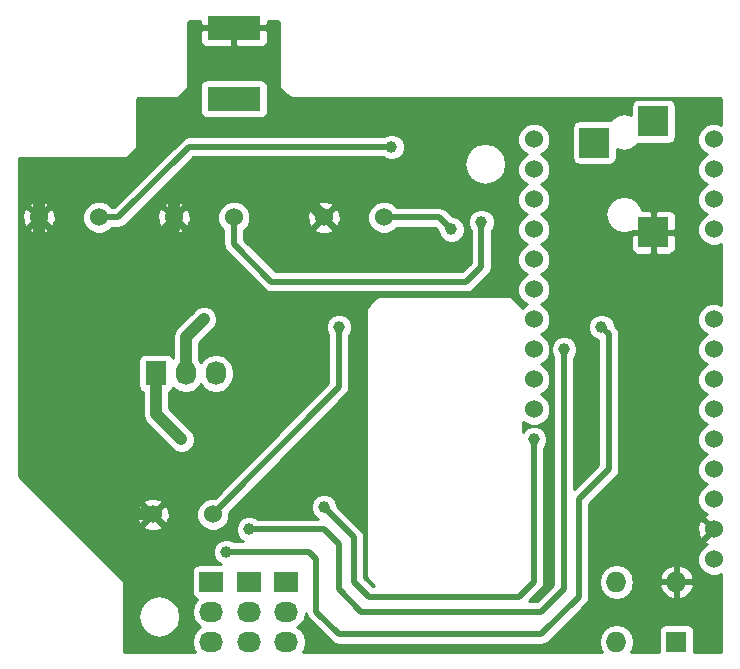
<source format=gbl>
G04 #@! TF.FileFunction,Copper,L2,Bot,Signal*
%FSLAX46Y46*%
G04 Gerber Fmt 4.6, Leading zero omitted, Abs format (unit mm)*
G04 Created by KiCad (PCBNEW 4.0.1-stable) date 2016/06/15 21:34:56*
%MOMM*%
G01*
G04 APERTURE LIST*
%ADD10C,0.100000*%
%ADD11R,1.727200X1.727200*%
%ADD12O,1.727200X1.727200*%
%ADD13C,1.524000*%
%ADD14R,1.727200X2.032000*%
%ADD15O,1.727200X2.032000*%
%ADD16R,4.500000X2.000000*%
%ADD17R,2.032000X1.727200*%
%ADD18O,2.032000X1.727200*%
%ADD19R,2.500000X2.500000*%
%ADD20C,1.000000*%
%ADD21C,1.000000*%
%ADD22C,0.500000*%
%ADD23C,0.254000*%
G04 APERTURE END LIST*
D10*
D11*
X152946100Y-138658600D03*
D12*
X152946100Y-133578600D03*
X147866100Y-138658600D03*
X147866100Y-133578600D03*
D13*
X140881100Y-103733600D03*
X140881100Y-118973600D03*
X156121100Y-131673600D03*
X156121100Y-129133600D03*
X156121100Y-126593600D03*
X156121100Y-124053600D03*
X156121100Y-121513600D03*
X156121100Y-118973600D03*
X156121100Y-96113600D03*
X156121100Y-98653600D03*
X156121100Y-101193600D03*
X156121100Y-103733600D03*
X156121100Y-111353600D03*
X156121100Y-113893600D03*
X156121100Y-116433600D03*
X140881100Y-118973600D03*
X140881100Y-116433600D03*
X140881100Y-113893600D03*
X140881100Y-111353600D03*
X140881100Y-108813600D03*
X140881100Y-106273600D03*
X140881100Y-101193600D03*
X140881100Y-98653600D03*
X140881100Y-96113600D03*
X98971100Y-102717600D03*
X104051100Y-102717600D03*
X110401100Y-102717600D03*
X115481100Y-102717600D03*
X123101100Y-102717600D03*
X128181100Y-102717600D03*
X108623100Y-127863600D03*
X113703100Y-127863600D03*
D14*
X108877100Y-115925600D03*
D15*
X111417100Y-115925600D03*
X113957100Y-115925600D03*
D16*
X115481100Y-86668600D03*
X115481100Y-92668600D03*
D17*
X119926100Y-133578600D03*
D18*
X119926100Y-136118600D03*
X119926100Y-138658600D03*
D17*
X116751100Y-133578600D03*
D18*
X116751100Y-136118600D03*
X116751100Y-138658600D03*
D17*
X113576100Y-133578600D03*
D18*
X113576100Y-136118600D03*
X113576100Y-138658600D03*
D19*
X146001100Y-96378600D03*
X151001100Y-94578600D03*
X151001100Y-103978600D03*
D20*
X112941100Y-111353600D03*
X111036100Y-121513600D03*
X123101100Y-127228600D03*
X140881100Y-121513600D03*
X143421100Y-113893600D03*
X116751100Y-129133600D03*
X114846100Y-131038600D03*
X146596100Y-111988600D03*
X128816100Y-96748600D03*
X109131100Y-94843600D03*
X136436100Y-103098600D03*
X133896100Y-103733600D03*
X124371100Y-111988600D03*
D21*
X112941100Y-111353600D02*
X111417100Y-112877600D01*
X111417100Y-112877600D02*
X111417100Y-115925600D01*
X108877100Y-115925600D02*
X108877100Y-119354600D01*
X108877100Y-119354600D02*
X111036100Y-121513600D01*
D22*
X125641100Y-129768600D02*
X123101100Y-127228600D01*
X125641100Y-133578600D02*
X125641100Y-129768600D01*
X126911100Y-134848600D02*
X125641100Y-133578600D01*
X139611100Y-134848600D02*
X126911100Y-134848600D01*
X140881100Y-133578600D02*
X139611100Y-134848600D01*
X140881100Y-121513600D02*
X140881100Y-133578600D01*
X120561100Y-129133600D02*
X117386100Y-129133600D01*
X143421100Y-113893600D02*
X143421100Y-114528600D01*
X143421100Y-114528600D02*
X143421100Y-134213600D01*
X143421100Y-134213600D02*
X141516100Y-136118600D01*
X141516100Y-136118600D02*
X126276100Y-136118600D01*
X126276100Y-136118600D02*
X124371100Y-134213600D01*
X124371100Y-134213600D02*
X124371100Y-130403600D01*
X124371100Y-130403600D02*
X123101100Y-129133600D01*
X123101100Y-129133600D02*
X120561100Y-129133600D01*
X117386100Y-129133600D02*
X116751100Y-129133600D01*
X121831100Y-131038600D02*
X114846100Y-131038600D01*
X122466100Y-131673600D02*
X121831100Y-131038600D01*
X122466100Y-136118600D02*
X122466100Y-131673600D01*
X124371100Y-138023600D02*
X122466100Y-136118600D01*
X141516100Y-138023600D02*
X124371100Y-138023600D01*
X144691100Y-134848600D02*
X141516100Y-138023600D01*
X144691100Y-126593600D02*
X144691100Y-134848600D01*
X147231100Y-124053600D02*
X144691100Y-126593600D01*
X147231100Y-112623600D02*
X147231100Y-124053600D01*
X146596100Y-111988600D02*
X147231100Y-112623600D01*
X104051100Y-102717600D02*
X105702100Y-102717600D01*
X111671100Y-96748600D02*
X128816100Y-96748600D01*
X105702100Y-102717600D02*
X111671100Y-96748600D01*
D21*
X98971100Y-102717600D02*
X98971100Y-101193600D01*
X109131100Y-96113600D02*
X109131100Y-94843600D01*
X106591100Y-98653600D02*
X109131100Y-96113600D01*
X101511100Y-98653600D02*
X106591100Y-98653600D01*
X98971100Y-101193600D02*
X101511100Y-98653600D01*
X110401100Y-102717600D02*
X110401100Y-101193600D01*
X120307100Y-99923600D02*
X123101100Y-102717600D01*
X111671100Y-99923600D02*
X120307100Y-99923600D01*
X110401100Y-101193600D02*
X111671100Y-99923600D01*
X110401100Y-102717600D02*
X110401100Y-103733600D01*
X107226100Y-106908600D02*
X98971100Y-106908600D01*
X110401100Y-103733600D02*
X107226100Y-106908600D01*
X98971100Y-102717600D02*
X98971100Y-106908600D01*
X98971100Y-106908600D02*
X98971100Y-122148600D01*
X104686100Y-127863600D02*
X108623100Y-127863600D01*
X98971100Y-122148600D02*
X104686100Y-127863600D01*
D22*
X115481100Y-105003600D02*
X115481100Y-102717600D01*
X118656100Y-108178600D02*
X115481100Y-105003600D01*
X135166100Y-108178600D02*
X118656100Y-108178600D01*
X136436100Y-106908600D02*
X135166100Y-108178600D01*
X136436100Y-103098600D02*
X136436100Y-106908600D01*
X132880100Y-102717600D02*
X128181100Y-102717600D01*
X133896100Y-103733600D02*
X132880100Y-102717600D01*
X113703100Y-127863600D02*
X113703100Y-127863600D01*
X124371100Y-117068600D02*
X113703100Y-127863600D01*
X124371100Y-111988600D02*
X124371100Y-117068600D01*
D23*
G36*
X112596100Y-86382850D02*
X112754850Y-86541600D01*
X115354100Y-86541600D01*
X115354100Y-86521600D01*
X115608100Y-86521600D01*
X115608100Y-86541600D01*
X118207350Y-86541600D01*
X118366100Y-86382850D01*
X118366100Y-86054600D01*
X119157364Y-86054600D01*
X119256100Y-86153336D01*
X119256100Y-91409600D01*
X119308243Y-91671738D01*
X119456732Y-91893968D01*
X119956732Y-92393968D01*
X120178962Y-92542457D01*
X120441100Y-92594600D01*
X156627364Y-92594600D01*
X156726100Y-92693336D01*
X156726100Y-94852168D01*
X156400200Y-94716843D01*
X155844439Y-94716358D01*
X155330797Y-94928590D01*
X154937471Y-95321230D01*
X154724343Y-95834500D01*
X154723858Y-96390261D01*
X154936090Y-96903903D01*
X155328730Y-97297229D01*
X155536612Y-97383549D01*
X155330797Y-97468590D01*
X154937471Y-97861230D01*
X154724343Y-98374500D01*
X154723858Y-98930261D01*
X154936090Y-99443903D01*
X155328730Y-99837229D01*
X155536612Y-99923549D01*
X155330797Y-100008590D01*
X154937471Y-100401230D01*
X154724343Y-100914500D01*
X154723858Y-101470261D01*
X154936090Y-101983903D01*
X155328730Y-102377229D01*
X155536612Y-102463549D01*
X155330797Y-102548590D01*
X154937471Y-102941230D01*
X154724343Y-103454500D01*
X154723858Y-104010261D01*
X154936090Y-104523903D01*
X155328730Y-104917229D01*
X155842000Y-105130357D01*
X156397761Y-105130842D01*
X156726100Y-104995175D01*
X156726100Y-110092168D01*
X156400200Y-109956843D01*
X155844439Y-109956358D01*
X155330797Y-110168590D01*
X154937471Y-110561230D01*
X154724343Y-111074500D01*
X154723858Y-111630261D01*
X154936090Y-112143903D01*
X155328730Y-112537229D01*
X155536612Y-112623549D01*
X155330797Y-112708590D01*
X154937471Y-113101230D01*
X154724343Y-113614500D01*
X154723858Y-114170261D01*
X154936090Y-114683903D01*
X155328730Y-115077229D01*
X155536612Y-115163549D01*
X155330797Y-115248590D01*
X154937471Y-115641230D01*
X154724343Y-116154500D01*
X154723858Y-116710261D01*
X154936090Y-117223903D01*
X155328730Y-117617229D01*
X155536612Y-117703549D01*
X155330797Y-117788590D01*
X154937471Y-118181230D01*
X154724343Y-118694500D01*
X154723858Y-119250261D01*
X154936090Y-119763903D01*
X155328730Y-120157229D01*
X155536612Y-120243549D01*
X155330797Y-120328590D01*
X154937471Y-120721230D01*
X154724343Y-121234500D01*
X154723858Y-121790261D01*
X154936090Y-122303903D01*
X155328730Y-122697229D01*
X155536612Y-122783549D01*
X155330797Y-122868590D01*
X154937471Y-123261230D01*
X154724343Y-123774500D01*
X154723858Y-124330261D01*
X154936090Y-124843903D01*
X155328730Y-125237229D01*
X155536612Y-125323549D01*
X155330797Y-125408590D01*
X154937471Y-125801230D01*
X154724343Y-126314500D01*
X154723858Y-126870261D01*
X154936090Y-127383903D01*
X155328730Y-127777229D01*
X155520827Y-127856995D01*
X155389957Y-127911203D01*
X155320492Y-128153387D01*
X156121100Y-128953995D01*
X156135243Y-128939853D01*
X156314848Y-129119458D01*
X156300705Y-129133600D01*
X156314848Y-129147743D01*
X156135243Y-129327348D01*
X156121100Y-129313205D01*
X155320492Y-130113813D01*
X155389957Y-130355997D01*
X155530418Y-130406109D01*
X155330797Y-130488590D01*
X154937471Y-130881230D01*
X154724343Y-131394500D01*
X154723858Y-131950261D01*
X154936090Y-132463903D01*
X155328730Y-132857229D01*
X155842000Y-133070357D01*
X156397761Y-133070842D01*
X156726100Y-132935175D01*
X156726100Y-139474600D01*
X154457140Y-139474600D01*
X154457140Y-137795000D01*
X154412862Y-137559683D01*
X154273790Y-137343559D01*
X154061590Y-137198569D01*
X153809700Y-137147560D01*
X152082500Y-137147560D01*
X151847183Y-137191838D01*
X151631059Y-137330910D01*
X151486069Y-137543110D01*
X151435060Y-137795000D01*
X151435060Y-139474600D01*
X149108202Y-139474600D01*
X149250626Y-139261448D01*
X149364700Y-138687959D01*
X149364700Y-138629241D01*
X149250626Y-138055752D01*
X148925770Y-137569571D01*
X148439589Y-137244715D01*
X147866100Y-137130641D01*
X147292611Y-137244715D01*
X146806430Y-137569571D01*
X146481574Y-138055752D01*
X146367500Y-138629241D01*
X146367500Y-138687959D01*
X146481574Y-139261448D01*
X146623998Y-139474600D01*
X121333330Y-139474600D01*
X121495371Y-139232089D01*
X121609445Y-138658600D01*
X121495371Y-138085111D01*
X121170515Y-137598930D01*
X120855734Y-137388600D01*
X121170515Y-137178270D01*
X121495371Y-136692089D01*
X121595272Y-136189852D01*
X121599947Y-136213351D01*
X121648467Y-136457275D01*
X121787674Y-136665614D01*
X121840310Y-136744390D01*
X123745308Y-138649387D01*
X123745310Y-138649390D01*
X124032425Y-138841233D01*
X124088616Y-138852410D01*
X124371100Y-138908601D01*
X124371105Y-138908600D01*
X141516095Y-138908600D01*
X141516100Y-138908601D01*
X141798584Y-138852410D01*
X141854775Y-138841233D01*
X142141890Y-138649390D01*
X145316887Y-135474392D01*
X145316890Y-135474390D01*
X145508733Y-135187275D01*
X145519910Y-135131084D01*
X145576101Y-134848600D01*
X145576100Y-134848595D01*
X145576100Y-133549241D01*
X146367500Y-133549241D01*
X146367500Y-133607959D01*
X146481574Y-134181448D01*
X146806430Y-134667629D01*
X147292611Y-134992485D01*
X147866100Y-135106559D01*
X148439589Y-134992485D01*
X148925770Y-134667629D01*
X149250626Y-134181448D01*
X149299124Y-133937627D01*
X151491132Y-133937627D01*
X151739279Y-134467090D01*
X152171153Y-134861288D01*
X152587074Y-135033558D01*
X152819100Y-134912417D01*
X152819100Y-133705600D01*
X153073100Y-133705600D01*
X153073100Y-134912417D01*
X153305126Y-135033558D01*
X153721047Y-134861288D01*
X154152921Y-134467090D01*
X154401068Y-133937627D01*
X154280569Y-133705600D01*
X153073100Y-133705600D01*
X152819100Y-133705600D01*
X151611631Y-133705600D01*
X151491132Y-133937627D01*
X149299124Y-133937627D01*
X149364700Y-133607959D01*
X149364700Y-133549241D01*
X149299125Y-133219573D01*
X151491132Y-133219573D01*
X151611631Y-133451600D01*
X152819100Y-133451600D01*
X152819100Y-132244783D01*
X153073100Y-132244783D01*
X153073100Y-133451600D01*
X154280569Y-133451600D01*
X154401068Y-133219573D01*
X154152921Y-132690110D01*
X153721047Y-132295912D01*
X153305126Y-132123642D01*
X153073100Y-132244783D01*
X152819100Y-132244783D01*
X152587074Y-132123642D01*
X152171153Y-132295912D01*
X151739279Y-132690110D01*
X151491132Y-133219573D01*
X149299125Y-133219573D01*
X149250626Y-132975752D01*
X148925770Y-132489571D01*
X148439589Y-132164715D01*
X147866100Y-132050641D01*
X147292611Y-132164715D01*
X146806430Y-132489571D01*
X146481574Y-132975752D01*
X146367500Y-133549241D01*
X145576100Y-133549241D01*
X145576100Y-128925902D01*
X154711956Y-128925902D01*
X154739738Y-129480968D01*
X154898703Y-129864743D01*
X155140887Y-129934208D01*
X155941495Y-129133600D01*
X155140887Y-128332992D01*
X154898703Y-128402457D01*
X154711956Y-128925902D01*
X145576100Y-128925902D01*
X145576100Y-126960180D01*
X147856887Y-124679392D01*
X147856890Y-124679390D01*
X148048733Y-124392275D01*
X148116100Y-124053600D01*
X148116100Y-112623605D01*
X148116101Y-112623600D01*
X148048734Y-112284926D01*
X147955887Y-112145970D01*
X147856890Y-111997810D01*
X147856887Y-111997808D01*
X147731203Y-111872123D01*
X147731297Y-111763825D01*
X147558867Y-111346514D01*
X147239865Y-111026955D01*
X146822856Y-110853797D01*
X146371325Y-110853403D01*
X145954014Y-111025833D01*
X145634455Y-111344835D01*
X145461297Y-111761844D01*
X145460903Y-112213375D01*
X145633333Y-112630686D01*
X145952335Y-112950245D01*
X146346100Y-113113751D01*
X146346100Y-123687021D01*
X144306100Y-125727020D01*
X144306100Y-114613876D01*
X144382745Y-114537365D01*
X144555903Y-114120356D01*
X144556297Y-113668825D01*
X144383867Y-113251514D01*
X144064865Y-112931955D01*
X143647856Y-112758797D01*
X143196325Y-112758403D01*
X142779014Y-112930833D01*
X142459455Y-113249835D01*
X142286297Y-113666844D01*
X142285903Y-114118375D01*
X142458333Y-114535686D01*
X142536100Y-114613589D01*
X142536100Y-133847021D01*
X141149520Y-135233600D01*
X140477680Y-135233600D01*
X141506887Y-134204392D01*
X141506890Y-134204390D01*
X141698733Y-133917275D01*
X141733650Y-133741738D01*
X141766101Y-133578600D01*
X141766100Y-133578595D01*
X141766100Y-122233876D01*
X141842745Y-122157365D01*
X142015903Y-121740356D01*
X142016297Y-121288825D01*
X141843867Y-120871514D01*
X141524865Y-120551955D01*
X141107856Y-120378797D01*
X140656325Y-120378403D01*
X140239014Y-120550833D01*
X139936100Y-120853219D01*
X139936100Y-120004332D01*
X140088730Y-120157229D01*
X140602000Y-120370357D01*
X141157761Y-120370842D01*
X141671403Y-120158610D01*
X142064729Y-119765970D01*
X142277857Y-119252700D01*
X142278342Y-118696939D01*
X142066110Y-118183297D01*
X141673470Y-117789971D01*
X141465588Y-117703651D01*
X141671403Y-117618610D01*
X142064729Y-117225970D01*
X142277857Y-116712700D01*
X142278342Y-116156939D01*
X142066110Y-115643297D01*
X141673470Y-115249971D01*
X141465588Y-115163651D01*
X141671403Y-115078610D01*
X142064729Y-114685970D01*
X142277857Y-114172700D01*
X142278342Y-113616939D01*
X142066110Y-113103297D01*
X141673470Y-112709971D01*
X141465588Y-112623651D01*
X141671403Y-112538610D01*
X142064729Y-112145970D01*
X142277857Y-111632700D01*
X142278342Y-111076939D01*
X142066110Y-110563297D01*
X141673470Y-110169971D01*
X141465588Y-110083651D01*
X141671403Y-109998610D01*
X142064729Y-109605970D01*
X142277857Y-109092700D01*
X142278342Y-108536939D01*
X142066110Y-108023297D01*
X141673470Y-107629971D01*
X141465588Y-107543651D01*
X141671403Y-107458610D01*
X142064729Y-107065970D01*
X142277857Y-106552700D01*
X142278342Y-105996939D01*
X142066110Y-105483297D01*
X141673470Y-105089971D01*
X141465588Y-105003651D01*
X141671403Y-104918610D01*
X142064729Y-104525970D01*
X142173362Y-104264350D01*
X149116100Y-104264350D01*
X149116100Y-105354909D01*
X149212773Y-105588298D01*
X149391401Y-105766927D01*
X149624790Y-105863600D01*
X150715350Y-105863600D01*
X150874100Y-105704850D01*
X150874100Y-104105600D01*
X151128100Y-104105600D01*
X151128100Y-105704850D01*
X151286850Y-105863600D01*
X152377410Y-105863600D01*
X152610799Y-105766927D01*
X152789427Y-105588298D01*
X152886100Y-105354909D01*
X152886100Y-104264350D01*
X152727350Y-104105600D01*
X151128100Y-104105600D01*
X150874100Y-104105600D01*
X149274850Y-104105600D01*
X149116100Y-104264350D01*
X142173362Y-104264350D01*
X142277857Y-104012700D01*
X142278342Y-103456939D01*
X142066110Y-102943297D01*
X141673470Y-102549971D01*
X141465588Y-102463651D01*
X141465711Y-102463600D01*
X146918074Y-102463600D01*
X147038575Y-103069398D01*
X147381732Y-103582968D01*
X147895302Y-103926125D01*
X148501100Y-104046626D01*
X149106898Y-103926125D01*
X149252252Y-103829002D01*
X149274850Y-103851600D01*
X150874100Y-103851600D01*
X150874100Y-102252350D01*
X151128100Y-102252350D01*
X151128100Y-103851600D01*
X152727350Y-103851600D01*
X152886100Y-103692850D01*
X152886100Y-102602291D01*
X152789427Y-102368902D01*
X152610799Y-102190273D01*
X152377410Y-102093600D01*
X151286850Y-102093600D01*
X151128100Y-102252350D01*
X150874100Y-102252350D01*
X150715350Y-102093600D01*
X150010528Y-102093600D01*
X149963625Y-101857802D01*
X149620468Y-101344232D01*
X149106898Y-101001075D01*
X148501100Y-100880574D01*
X147895302Y-101001075D01*
X147381732Y-101344232D01*
X147038575Y-101857802D01*
X146918074Y-102463600D01*
X141465711Y-102463600D01*
X141671403Y-102378610D01*
X142064729Y-101985970D01*
X142277857Y-101472700D01*
X142278342Y-100916939D01*
X142066110Y-100403297D01*
X141673470Y-100009971D01*
X141465588Y-99923651D01*
X141671403Y-99838610D01*
X142064729Y-99445970D01*
X142277857Y-98932700D01*
X142278342Y-98376939D01*
X142066110Y-97863297D01*
X141673470Y-97469971D01*
X141465588Y-97383651D01*
X141671403Y-97298610D01*
X142064729Y-96905970D01*
X142277857Y-96392700D01*
X142278342Y-95836939D01*
X142066110Y-95323297D01*
X141871753Y-95128600D01*
X144103660Y-95128600D01*
X144103660Y-97628600D01*
X144147938Y-97863917D01*
X144287010Y-98080041D01*
X144499210Y-98225031D01*
X144751100Y-98276040D01*
X147251100Y-98276040D01*
X147486417Y-98231762D01*
X147702541Y-98092690D01*
X147847531Y-97880490D01*
X147898540Y-97628600D01*
X147898540Y-96941769D01*
X148501100Y-97061626D01*
X149106898Y-96941125D01*
X149620468Y-96597968D01*
X149707797Y-96467271D01*
X149751100Y-96476040D01*
X152251100Y-96476040D01*
X152486417Y-96431762D01*
X152702541Y-96292690D01*
X152847531Y-96080490D01*
X152898540Y-95828600D01*
X152898540Y-93328600D01*
X152854262Y-93093283D01*
X152715190Y-92877159D01*
X152502990Y-92732169D01*
X152251100Y-92681160D01*
X149751100Y-92681160D01*
X149515783Y-92725438D01*
X149299659Y-92864510D01*
X149154669Y-93076710D01*
X149103660Y-93328600D01*
X149103660Y-94015431D01*
X148501100Y-93895574D01*
X147895302Y-94016075D01*
X147381732Y-94359232D01*
X147294403Y-94489929D01*
X147251100Y-94481160D01*
X144751100Y-94481160D01*
X144515783Y-94525438D01*
X144299659Y-94664510D01*
X144154669Y-94876710D01*
X144103660Y-95128600D01*
X141871753Y-95128600D01*
X141673470Y-94929971D01*
X141160200Y-94716843D01*
X140604439Y-94716358D01*
X140090797Y-94928590D01*
X139697471Y-95321230D01*
X139484343Y-95834500D01*
X139483858Y-96390261D01*
X139696090Y-96903903D01*
X140088730Y-97297229D01*
X140296612Y-97383549D01*
X140090797Y-97468590D01*
X139697471Y-97861230D01*
X139484343Y-98374500D01*
X139483858Y-98930261D01*
X139696090Y-99443903D01*
X140088730Y-99837229D01*
X140296612Y-99923549D01*
X140090797Y-100008590D01*
X139697471Y-100401230D01*
X139484343Y-100914500D01*
X139483858Y-101470261D01*
X139696090Y-101983903D01*
X140088730Y-102377229D01*
X140296612Y-102463549D01*
X140090797Y-102548590D01*
X139697471Y-102941230D01*
X139484343Y-103454500D01*
X139483858Y-104010261D01*
X139696090Y-104523903D01*
X140088730Y-104917229D01*
X140296612Y-105003549D01*
X140090797Y-105088590D01*
X139697471Y-105481230D01*
X139484343Y-105994500D01*
X139483858Y-106550261D01*
X139696090Y-107063903D01*
X140088730Y-107457229D01*
X140296612Y-107543549D01*
X140090797Y-107628590D01*
X139697471Y-108021230D01*
X139484343Y-108534500D01*
X139483858Y-109090261D01*
X139696090Y-109603903D01*
X140088730Y-109997229D01*
X140296612Y-110083549D01*
X140090797Y-110168590D01*
X139891858Y-110367182D01*
X139883957Y-110327462D01*
X139735468Y-110105232D01*
X139235468Y-109605232D01*
X139013238Y-109456743D01*
X138751100Y-109404600D01*
X127851100Y-109404600D01*
X127588962Y-109456743D01*
X127366732Y-109605232D01*
X126876732Y-110095232D01*
X126728243Y-110317462D01*
X126676100Y-110579600D01*
X126676100Y-132989600D01*
X126728243Y-133251738D01*
X126876732Y-133473968D01*
X127366364Y-133963600D01*
X127277679Y-133963600D01*
X126526100Y-133212020D01*
X126526100Y-129768600D01*
X126458733Y-129429925D01*
X126266890Y-129142810D01*
X126266887Y-129142808D01*
X124236203Y-127112123D01*
X124236297Y-127003825D01*
X124063867Y-126586514D01*
X123744865Y-126266955D01*
X123327856Y-126093797D01*
X122876325Y-126093403D01*
X122459014Y-126265833D01*
X122139455Y-126584835D01*
X121966297Y-127001844D01*
X121965903Y-127453375D01*
X122138333Y-127870686D01*
X122457335Y-128190245D01*
X122597869Y-128248600D01*
X117471376Y-128248600D01*
X117394865Y-128171955D01*
X116977856Y-127998797D01*
X116526325Y-127998403D01*
X116109014Y-128170833D01*
X115789455Y-128489835D01*
X115616297Y-128906844D01*
X115615903Y-129358375D01*
X115788333Y-129775686D01*
X116107335Y-130095245D01*
X116247869Y-130153600D01*
X115566376Y-130153600D01*
X115489865Y-130076955D01*
X115072856Y-129903797D01*
X114621325Y-129903403D01*
X114204014Y-130075833D01*
X113884455Y-130394835D01*
X113711297Y-130811844D01*
X113710903Y-131263375D01*
X113883333Y-131680686D01*
X114202335Y-132000245D01*
X114364447Y-132067560D01*
X112560100Y-132067560D01*
X112324783Y-132111838D01*
X112108659Y-132250910D01*
X111963669Y-132463110D01*
X111912660Y-132715000D01*
X111912660Y-134442200D01*
X111956938Y-134677517D01*
X112096010Y-134893641D01*
X112308210Y-135038631D01*
X112349539Y-135047000D01*
X112331685Y-135058930D01*
X112006829Y-135545111D01*
X111892755Y-136118600D01*
X112006829Y-136692089D01*
X112331685Y-137178270D01*
X112646466Y-137388600D01*
X112331685Y-137598930D01*
X112006829Y-138085111D01*
X111892755Y-138658600D01*
X112006829Y-139232089D01*
X112168870Y-139474600D01*
X106206100Y-139474600D01*
X106206100Y-136506800D01*
X107355700Y-136506800D01*
X107491575Y-137189890D01*
X107878514Y-137768986D01*
X108457610Y-138155925D01*
X109140700Y-138291800D01*
X109823790Y-138155925D01*
X110402886Y-137768986D01*
X110789825Y-137189890D01*
X110925700Y-136506800D01*
X110789825Y-135823710D01*
X110402886Y-135244614D01*
X109823790Y-134857675D01*
X109140700Y-134721800D01*
X108457610Y-134857675D01*
X107878514Y-135244614D01*
X107491575Y-135823710D01*
X107355700Y-136506800D01*
X106206100Y-136506800D01*
X106206100Y-133829600D01*
X106153957Y-133567462D01*
X106005468Y-133345232D01*
X101504049Y-128843813D01*
X107822492Y-128843813D01*
X107891957Y-129085997D01*
X108415402Y-129272744D01*
X108970468Y-129244962D01*
X109354243Y-129085997D01*
X109423708Y-128843813D01*
X108623100Y-128043205D01*
X107822492Y-128843813D01*
X101504049Y-128843813D01*
X100316138Y-127655902D01*
X107213956Y-127655902D01*
X107241738Y-128210968D01*
X107400703Y-128594743D01*
X107642887Y-128664208D01*
X108443495Y-127863600D01*
X108802705Y-127863600D01*
X109603313Y-128664208D01*
X109845497Y-128594743D01*
X110007640Y-128140261D01*
X112305858Y-128140261D01*
X112518090Y-128653903D01*
X112910730Y-129047229D01*
X113424000Y-129260357D01*
X113979761Y-129260842D01*
X114493403Y-129048610D01*
X114886729Y-128655970D01*
X115099857Y-128142700D01*
X115100236Y-127708883D01*
X125000582Y-117690675D01*
X125094199Y-117548757D01*
X125188733Y-117407275D01*
X125189254Y-117404657D01*
X125190723Y-117402430D01*
X125222942Y-117235294D01*
X125256100Y-117068600D01*
X125256100Y-112708876D01*
X125332745Y-112632365D01*
X125505903Y-112215356D01*
X125506297Y-111763825D01*
X125333867Y-111346514D01*
X125014865Y-111026955D01*
X124597856Y-110853797D01*
X124146325Y-110853403D01*
X123729014Y-111025833D01*
X123409455Y-111344835D01*
X123236297Y-111761844D01*
X123235903Y-112213375D01*
X123408333Y-112630686D01*
X123486100Y-112708589D01*
X123486100Y-116705085D01*
X113839309Y-126466718D01*
X113426439Y-126466358D01*
X112912797Y-126678590D01*
X112519471Y-127071230D01*
X112306343Y-127584500D01*
X112305858Y-128140261D01*
X110007640Y-128140261D01*
X110032244Y-128071298D01*
X110004462Y-127516232D01*
X109845497Y-127132457D01*
X109603313Y-127062992D01*
X108802705Y-127863600D01*
X108443495Y-127863600D01*
X107642887Y-127062992D01*
X107400703Y-127132457D01*
X107213956Y-127655902D01*
X100316138Y-127655902D01*
X99543623Y-126883387D01*
X107822492Y-126883387D01*
X108623100Y-127683995D01*
X109423708Y-126883387D01*
X109354243Y-126641203D01*
X108830798Y-126454456D01*
X108275732Y-126482238D01*
X107891957Y-126641203D01*
X107822492Y-126883387D01*
X99543623Y-126883387D01*
X97296100Y-124635864D01*
X97296100Y-114909600D01*
X107366060Y-114909600D01*
X107366060Y-116941600D01*
X107410338Y-117176917D01*
X107549410Y-117393041D01*
X107742100Y-117524700D01*
X107742100Y-119354600D01*
X107828497Y-119788946D01*
X108047267Y-120116358D01*
X108074534Y-120157166D01*
X110233120Y-122315752D01*
X110392335Y-122475245D01*
X110809344Y-122648403D01*
X111260875Y-122648797D01*
X111678186Y-122476367D01*
X111997745Y-122157365D01*
X112170903Y-121740356D01*
X112171297Y-121288825D01*
X111998867Y-120871514D01*
X111679865Y-120551955D01*
X111679390Y-120551758D01*
X110012100Y-118884468D01*
X110012100Y-117521543D01*
X110192141Y-117405690D01*
X110337131Y-117193490D01*
X110345500Y-117152161D01*
X110357430Y-117170015D01*
X110843611Y-117494871D01*
X111417100Y-117608945D01*
X111990589Y-117494871D01*
X112476770Y-117170015D01*
X112687100Y-116855234D01*
X112897430Y-117170015D01*
X113383611Y-117494871D01*
X113957100Y-117608945D01*
X114530589Y-117494871D01*
X115016770Y-117170015D01*
X115341626Y-116683834D01*
X115455700Y-116110345D01*
X115455700Y-115740855D01*
X115341626Y-115167366D01*
X115016770Y-114681185D01*
X114530589Y-114356329D01*
X113957100Y-114242255D01*
X113383611Y-114356329D01*
X112897430Y-114681185D01*
X112687100Y-114995966D01*
X112552100Y-114793924D01*
X112552100Y-113347732D01*
X113743666Y-112156167D01*
X113743667Y-112156166D01*
X113902745Y-111997365D01*
X114075903Y-111580356D01*
X114076297Y-111128825D01*
X113903867Y-110711514D01*
X113584865Y-110391955D01*
X113167856Y-110218797D01*
X112716325Y-110218403D01*
X112299014Y-110390833D01*
X111979455Y-110709835D01*
X111979258Y-110710309D01*
X110614534Y-112075034D01*
X110368497Y-112443254D01*
X110282100Y-112877600D01*
X110282100Y-114578302D01*
X110204790Y-114458159D01*
X109992590Y-114313169D01*
X109740700Y-114262160D01*
X108013500Y-114262160D01*
X107778183Y-114306438D01*
X107562059Y-114445510D01*
X107417069Y-114657710D01*
X107366060Y-114909600D01*
X97296100Y-114909600D01*
X97296100Y-103697813D01*
X98170492Y-103697813D01*
X98239957Y-103939997D01*
X98763402Y-104126744D01*
X99318468Y-104098962D01*
X99702243Y-103939997D01*
X99771708Y-103697813D01*
X98971100Y-102897205D01*
X98170492Y-103697813D01*
X97296100Y-103697813D01*
X97296100Y-102509902D01*
X97561956Y-102509902D01*
X97589738Y-103064968D01*
X97748703Y-103448743D01*
X97990887Y-103518208D01*
X98791495Y-102717600D01*
X99150705Y-102717600D01*
X99951313Y-103518208D01*
X100193497Y-103448743D01*
X100355640Y-102994261D01*
X102653858Y-102994261D01*
X102866090Y-103507903D01*
X103258730Y-103901229D01*
X103772000Y-104114357D01*
X104327761Y-104114842D01*
X104841403Y-103902610D01*
X105046557Y-103697813D01*
X109600492Y-103697813D01*
X109669957Y-103939997D01*
X110193402Y-104126744D01*
X110748468Y-104098962D01*
X111132243Y-103939997D01*
X111201708Y-103697813D01*
X110401100Y-102897205D01*
X109600492Y-103697813D01*
X105046557Y-103697813D01*
X105141937Y-103602600D01*
X105702095Y-103602600D01*
X105702100Y-103602601D01*
X105984584Y-103546410D01*
X106040775Y-103535233D01*
X106327890Y-103343390D01*
X107161377Y-102509902D01*
X108991956Y-102509902D01*
X109019738Y-103064968D01*
X109178703Y-103448743D01*
X109420887Y-103518208D01*
X110221495Y-102717600D01*
X110580705Y-102717600D01*
X111381313Y-103518208D01*
X111623497Y-103448743D01*
X111785640Y-102994261D01*
X114083858Y-102994261D01*
X114296090Y-103507903D01*
X114596100Y-103808437D01*
X114596100Y-105003595D01*
X114596099Y-105003600D01*
X114621410Y-105130842D01*
X114663467Y-105342275D01*
X114827853Y-105588298D01*
X114855310Y-105629390D01*
X118030308Y-108804387D01*
X118030310Y-108804390D01*
X118317425Y-108996233D01*
X118373616Y-109007410D01*
X118656100Y-109063601D01*
X118656105Y-109063600D01*
X135166095Y-109063600D01*
X135166100Y-109063601D01*
X135448584Y-109007410D01*
X135504775Y-108996233D01*
X135791890Y-108804390D01*
X135791891Y-108804389D01*
X137061887Y-107534392D01*
X137061890Y-107534390D01*
X137253733Y-107247275D01*
X137321101Y-106908600D01*
X137321100Y-106908595D01*
X137321100Y-103818876D01*
X137397745Y-103742365D01*
X137570903Y-103325356D01*
X137571297Y-102873825D01*
X137398867Y-102456514D01*
X137079865Y-102136955D01*
X136662856Y-101963797D01*
X136211325Y-101963403D01*
X135794014Y-102135833D01*
X135474455Y-102454835D01*
X135301297Y-102871844D01*
X135300903Y-103323375D01*
X135473333Y-103740686D01*
X135551100Y-103818589D01*
X135551100Y-106542021D01*
X134799520Y-107293600D01*
X119022679Y-107293600D01*
X116366100Y-104637020D01*
X116366100Y-103808078D01*
X116476557Y-103697813D01*
X122300492Y-103697813D01*
X122369957Y-103939997D01*
X122893402Y-104126744D01*
X123448468Y-104098962D01*
X123832243Y-103939997D01*
X123901708Y-103697813D01*
X123101100Y-102897205D01*
X122300492Y-103697813D01*
X116476557Y-103697813D01*
X116664729Y-103509970D01*
X116877857Y-102996700D01*
X116878281Y-102509902D01*
X121691956Y-102509902D01*
X121719738Y-103064968D01*
X121878703Y-103448743D01*
X122120887Y-103518208D01*
X122921495Y-102717600D01*
X123280705Y-102717600D01*
X124081313Y-103518208D01*
X124323497Y-103448743D01*
X124485640Y-102994261D01*
X126783858Y-102994261D01*
X126996090Y-103507903D01*
X127388730Y-103901229D01*
X127902000Y-104114357D01*
X128457761Y-104114842D01*
X128971403Y-103902610D01*
X129271937Y-103602600D01*
X132513520Y-103602600D01*
X132760997Y-103850077D01*
X132760903Y-103958375D01*
X132933333Y-104375686D01*
X133252335Y-104695245D01*
X133669344Y-104868403D01*
X134120875Y-104868797D01*
X134538186Y-104696367D01*
X134857745Y-104377365D01*
X135030903Y-103960356D01*
X135031297Y-103508825D01*
X134858867Y-103091514D01*
X134539865Y-102771955D01*
X134122856Y-102598797D01*
X134012780Y-102598701D01*
X133505890Y-102091810D01*
X133347488Y-101985970D01*
X133218775Y-101899967D01*
X133162584Y-101888790D01*
X132880100Y-101832599D01*
X132880095Y-101832600D01*
X129271578Y-101832600D01*
X128973470Y-101533971D01*
X128460200Y-101320843D01*
X127904439Y-101320358D01*
X127390797Y-101532590D01*
X126997471Y-101925230D01*
X126784343Y-102438500D01*
X126783858Y-102994261D01*
X124485640Y-102994261D01*
X124510244Y-102925298D01*
X124482462Y-102370232D01*
X124323497Y-101986457D01*
X124081313Y-101916992D01*
X123280705Y-102717600D01*
X122921495Y-102717600D01*
X122120887Y-101916992D01*
X121878703Y-101986457D01*
X121691956Y-102509902D01*
X116878281Y-102509902D01*
X116878342Y-102440939D01*
X116666110Y-101927297D01*
X116476532Y-101737387D01*
X122300492Y-101737387D01*
X123101100Y-102537995D01*
X123901708Y-101737387D01*
X123832243Y-101495203D01*
X123308798Y-101308456D01*
X122753732Y-101336238D01*
X122369957Y-101495203D01*
X122300492Y-101737387D01*
X116476532Y-101737387D01*
X116273470Y-101533971D01*
X115760200Y-101320843D01*
X115204439Y-101320358D01*
X114690797Y-101532590D01*
X114297471Y-101925230D01*
X114084343Y-102438500D01*
X114083858Y-102994261D01*
X111785640Y-102994261D01*
X111810244Y-102925298D01*
X111782462Y-102370232D01*
X111623497Y-101986457D01*
X111381313Y-101916992D01*
X110580705Y-102717600D01*
X110221495Y-102717600D01*
X109420887Y-101916992D01*
X109178703Y-101986457D01*
X108991956Y-102509902D01*
X107161377Y-102509902D01*
X107933892Y-101737387D01*
X109600492Y-101737387D01*
X110401100Y-102537995D01*
X111201708Y-101737387D01*
X111132243Y-101495203D01*
X110608798Y-101308456D01*
X110053732Y-101336238D01*
X109669957Y-101495203D01*
X109600492Y-101737387D01*
X107933892Y-101737387D01*
X111484479Y-98186800D01*
X134975700Y-98186800D01*
X135111575Y-98869890D01*
X135498514Y-99448986D01*
X136077610Y-99835925D01*
X136760700Y-99971800D01*
X137443790Y-99835925D01*
X138022886Y-99448986D01*
X138409825Y-98869890D01*
X138545700Y-98186800D01*
X138409825Y-97503710D01*
X138022886Y-96924614D01*
X137443790Y-96537675D01*
X136760700Y-96401800D01*
X136077610Y-96537675D01*
X135498514Y-96924614D01*
X135111575Y-97503710D01*
X134975700Y-98186800D01*
X111484479Y-98186800D01*
X112037679Y-97633600D01*
X128095824Y-97633600D01*
X128172335Y-97710245D01*
X128589344Y-97883403D01*
X129040875Y-97883797D01*
X129458186Y-97711367D01*
X129777745Y-97392365D01*
X129950903Y-96975356D01*
X129951297Y-96523825D01*
X129778867Y-96106514D01*
X129459865Y-95786955D01*
X129042856Y-95613797D01*
X128591325Y-95613403D01*
X128174014Y-95785833D01*
X128096111Y-95863600D01*
X111671105Y-95863600D01*
X111671100Y-95863599D01*
X111388616Y-95919790D01*
X111332425Y-95930967D01*
X111045310Y-96122810D01*
X111045308Y-96122813D01*
X105335520Y-101832600D01*
X105141578Y-101832600D01*
X104843470Y-101533971D01*
X104330200Y-101320843D01*
X103774439Y-101320358D01*
X103260797Y-101532590D01*
X102867471Y-101925230D01*
X102654343Y-102438500D01*
X102653858Y-102994261D01*
X100355640Y-102994261D01*
X100380244Y-102925298D01*
X100352462Y-102370232D01*
X100193497Y-101986457D01*
X99951313Y-101916992D01*
X99150705Y-102717600D01*
X98791495Y-102717600D01*
X97990887Y-101916992D01*
X97748703Y-101986457D01*
X97561956Y-102509902D01*
X97296100Y-102509902D01*
X97296100Y-101737387D01*
X98170492Y-101737387D01*
X98971100Y-102537995D01*
X99771708Y-101737387D01*
X99702243Y-101495203D01*
X99178798Y-101308456D01*
X98623732Y-101336238D01*
X98239957Y-101495203D01*
X98170492Y-101737387D01*
X97296100Y-101737387D01*
X97296100Y-97714600D01*
X106111100Y-97714600D01*
X106373238Y-97662457D01*
X106595468Y-97513968D01*
X107085468Y-97023968D01*
X107233957Y-96801738D01*
X107286100Y-96539600D01*
X107286100Y-92723336D01*
X107384836Y-92624600D01*
X110441100Y-92624600D01*
X110703238Y-92572457D01*
X110925468Y-92423968D01*
X111425468Y-91923968D01*
X111573957Y-91701738D01*
X111580548Y-91668600D01*
X112583660Y-91668600D01*
X112583660Y-93668600D01*
X112627938Y-93903917D01*
X112767010Y-94120041D01*
X112979210Y-94265031D01*
X113231100Y-94316040D01*
X117731100Y-94316040D01*
X117966417Y-94271762D01*
X118182541Y-94132690D01*
X118327531Y-93920490D01*
X118378540Y-93668600D01*
X118378540Y-91668600D01*
X118334262Y-91433283D01*
X118195190Y-91217159D01*
X117982990Y-91072169D01*
X117731100Y-91021160D01*
X113231100Y-91021160D01*
X112995783Y-91065438D01*
X112779659Y-91204510D01*
X112634669Y-91416710D01*
X112583660Y-91668600D01*
X111580548Y-91668600D01*
X111626100Y-91439600D01*
X111626100Y-86954350D01*
X112596100Y-86954350D01*
X112596100Y-87794909D01*
X112692773Y-88028298D01*
X112871401Y-88206927D01*
X113104790Y-88303600D01*
X115195350Y-88303600D01*
X115354100Y-88144850D01*
X115354100Y-86795600D01*
X115608100Y-86795600D01*
X115608100Y-88144850D01*
X115766850Y-88303600D01*
X117857410Y-88303600D01*
X118090799Y-88206927D01*
X118269427Y-88028298D01*
X118366100Y-87794909D01*
X118366100Y-86954350D01*
X118207350Y-86795600D01*
X115608100Y-86795600D01*
X115354100Y-86795600D01*
X112754850Y-86795600D01*
X112596100Y-86954350D01*
X111626100Y-86954350D01*
X111626100Y-86153336D01*
X111724836Y-86054600D01*
X112596100Y-86054600D01*
X112596100Y-86382850D01*
X112596100Y-86382850D01*
G37*
X112596100Y-86382850D02*
X112754850Y-86541600D01*
X115354100Y-86541600D01*
X115354100Y-86521600D01*
X115608100Y-86521600D01*
X115608100Y-86541600D01*
X118207350Y-86541600D01*
X118366100Y-86382850D01*
X118366100Y-86054600D01*
X119157364Y-86054600D01*
X119256100Y-86153336D01*
X119256100Y-91409600D01*
X119308243Y-91671738D01*
X119456732Y-91893968D01*
X119956732Y-92393968D01*
X120178962Y-92542457D01*
X120441100Y-92594600D01*
X156627364Y-92594600D01*
X156726100Y-92693336D01*
X156726100Y-94852168D01*
X156400200Y-94716843D01*
X155844439Y-94716358D01*
X155330797Y-94928590D01*
X154937471Y-95321230D01*
X154724343Y-95834500D01*
X154723858Y-96390261D01*
X154936090Y-96903903D01*
X155328730Y-97297229D01*
X155536612Y-97383549D01*
X155330797Y-97468590D01*
X154937471Y-97861230D01*
X154724343Y-98374500D01*
X154723858Y-98930261D01*
X154936090Y-99443903D01*
X155328730Y-99837229D01*
X155536612Y-99923549D01*
X155330797Y-100008590D01*
X154937471Y-100401230D01*
X154724343Y-100914500D01*
X154723858Y-101470261D01*
X154936090Y-101983903D01*
X155328730Y-102377229D01*
X155536612Y-102463549D01*
X155330797Y-102548590D01*
X154937471Y-102941230D01*
X154724343Y-103454500D01*
X154723858Y-104010261D01*
X154936090Y-104523903D01*
X155328730Y-104917229D01*
X155842000Y-105130357D01*
X156397761Y-105130842D01*
X156726100Y-104995175D01*
X156726100Y-110092168D01*
X156400200Y-109956843D01*
X155844439Y-109956358D01*
X155330797Y-110168590D01*
X154937471Y-110561230D01*
X154724343Y-111074500D01*
X154723858Y-111630261D01*
X154936090Y-112143903D01*
X155328730Y-112537229D01*
X155536612Y-112623549D01*
X155330797Y-112708590D01*
X154937471Y-113101230D01*
X154724343Y-113614500D01*
X154723858Y-114170261D01*
X154936090Y-114683903D01*
X155328730Y-115077229D01*
X155536612Y-115163549D01*
X155330797Y-115248590D01*
X154937471Y-115641230D01*
X154724343Y-116154500D01*
X154723858Y-116710261D01*
X154936090Y-117223903D01*
X155328730Y-117617229D01*
X155536612Y-117703549D01*
X155330797Y-117788590D01*
X154937471Y-118181230D01*
X154724343Y-118694500D01*
X154723858Y-119250261D01*
X154936090Y-119763903D01*
X155328730Y-120157229D01*
X155536612Y-120243549D01*
X155330797Y-120328590D01*
X154937471Y-120721230D01*
X154724343Y-121234500D01*
X154723858Y-121790261D01*
X154936090Y-122303903D01*
X155328730Y-122697229D01*
X155536612Y-122783549D01*
X155330797Y-122868590D01*
X154937471Y-123261230D01*
X154724343Y-123774500D01*
X154723858Y-124330261D01*
X154936090Y-124843903D01*
X155328730Y-125237229D01*
X155536612Y-125323549D01*
X155330797Y-125408590D01*
X154937471Y-125801230D01*
X154724343Y-126314500D01*
X154723858Y-126870261D01*
X154936090Y-127383903D01*
X155328730Y-127777229D01*
X155520827Y-127856995D01*
X155389957Y-127911203D01*
X155320492Y-128153387D01*
X156121100Y-128953995D01*
X156135243Y-128939853D01*
X156314848Y-129119458D01*
X156300705Y-129133600D01*
X156314848Y-129147743D01*
X156135243Y-129327348D01*
X156121100Y-129313205D01*
X155320492Y-130113813D01*
X155389957Y-130355997D01*
X155530418Y-130406109D01*
X155330797Y-130488590D01*
X154937471Y-130881230D01*
X154724343Y-131394500D01*
X154723858Y-131950261D01*
X154936090Y-132463903D01*
X155328730Y-132857229D01*
X155842000Y-133070357D01*
X156397761Y-133070842D01*
X156726100Y-132935175D01*
X156726100Y-139474600D01*
X154457140Y-139474600D01*
X154457140Y-137795000D01*
X154412862Y-137559683D01*
X154273790Y-137343559D01*
X154061590Y-137198569D01*
X153809700Y-137147560D01*
X152082500Y-137147560D01*
X151847183Y-137191838D01*
X151631059Y-137330910D01*
X151486069Y-137543110D01*
X151435060Y-137795000D01*
X151435060Y-139474600D01*
X149108202Y-139474600D01*
X149250626Y-139261448D01*
X149364700Y-138687959D01*
X149364700Y-138629241D01*
X149250626Y-138055752D01*
X148925770Y-137569571D01*
X148439589Y-137244715D01*
X147866100Y-137130641D01*
X147292611Y-137244715D01*
X146806430Y-137569571D01*
X146481574Y-138055752D01*
X146367500Y-138629241D01*
X146367500Y-138687959D01*
X146481574Y-139261448D01*
X146623998Y-139474600D01*
X121333330Y-139474600D01*
X121495371Y-139232089D01*
X121609445Y-138658600D01*
X121495371Y-138085111D01*
X121170515Y-137598930D01*
X120855734Y-137388600D01*
X121170515Y-137178270D01*
X121495371Y-136692089D01*
X121595272Y-136189852D01*
X121599947Y-136213351D01*
X121648467Y-136457275D01*
X121787674Y-136665614D01*
X121840310Y-136744390D01*
X123745308Y-138649387D01*
X123745310Y-138649390D01*
X124032425Y-138841233D01*
X124088616Y-138852410D01*
X124371100Y-138908601D01*
X124371105Y-138908600D01*
X141516095Y-138908600D01*
X141516100Y-138908601D01*
X141798584Y-138852410D01*
X141854775Y-138841233D01*
X142141890Y-138649390D01*
X145316887Y-135474392D01*
X145316890Y-135474390D01*
X145508733Y-135187275D01*
X145519910Y-135131084D01*
X145576101Y-134848600D01*
X145576100Y-134848595D01*
X145576100Y-133549241D01*
X146367500Y-133549241D01*
X146367500Y-133607959D01*
X146481574Y-134181448D01*
X146806430Y-134667629D01*
X147292611Y-134992485D01*
X147866100Y-135106559D01*
X148439589Y-134992485D01*
X148925770Y-134667629D01*
X149250626Y-134181448D01*
X149299124Y-133937627D01*
X151491132Y-133937627D01*
X151739279Y-134467090D01*
X152171153Y-134861288D01*
X152587074Y-135033558D01*
X152819100Y-134912417D01*
X152819100Y-133705600D01*
X153073100Y-133705600D01*
X153073100Y-134912417D01*
X153305126Y-135033558D01*
X153721047Y-134861288D01*
X154152921Y-134467090D01*
X154401068Y-133937627D01*
X154280569Y-133705600D01*
X153073100Y-133705600D01*
X152819100Y-133705600D01*
X151611631Y-133705600D01*
X151491132Y-133937627D01*
X149299124Y-133937627D01*
X149364700Y-133607959D01*
X149364700Y-133549241D01*
X149299125Y-133219573D01*
X151491132Y-133219573D01*
X151611631Y-133451600D01*
X152819100Y-133451600D01*
X152819100Y-132244783D01*
X153073100Y-132244783D01*
X153073100Y-133451600D01*
X154280569Y-133451600D01*
X154401068Y-133219573D01*
X154152921Y-132690110D01*
X153721047Y-132295912D01*
X153305126Y-132123642D01*
X153073100Y-132244783D01*
X152819100Y-132244783D01*
X152587074Y-132123642D01*
X152171153Y-132295912D01*
X151739279Y-132690110D01*
X151491132Y-133219573D01*
X149299125Y-133219573D01*
X149250626Y-132975752D01*
X148925770Y-132489571D01*
X148439589Y-132164715D01*
X147866100Y-132050641D01*
X147292611Y-132164715D01*
X146806430Y-132489571D01*
X146481574Y-132975752D01*
X146367500Y-133549241D01*
X145576100Y-133549241D01*
X145576100Y-128925902D01*
X154711956Y-128925902D01*
X154739738Y-129480968D01*
X154898703Y-129864743D01*
X155140887Y-129934208D01*
X155941495Y-129133600D01*
X155140887Y-128332992D01*
X154898703Y-128402457D01*
X154711956Y-128925902D01*
X145576100Y-128925902D01*
X145576100Y-126960180D01*
X147856887Y-124679392D01*
X147856890Y-124679390D01*
X148048733Y-124392275D01*
X148116100Y-124053600D01*
X148116100Y-112623605D01*
X148116101Y-112623600D01*
X148048734Y-112284926D01*
X147955887Y-112145970D01*
X147856890Y-111997810D01*
X147856887Y-111997808D01*
X147731203Y-111872123D01*
X147731297Y-111763825D01*
X147558867Y-111346514D01*
X147239865Y-111026955D01*
X146822856Y-110853797D01*
X146371325Y-110853403D01*
X145954014Y-111025833D01*
X145634455Y-111344835D01*
X145461297Y-111761844D01*
X145460903Y-112213375D01*
X145633333Y-112630686D01*
X145952335Y-112950245D01*
X146346100Y-113113751D01*
X146346100Y-123687021D01*
X144306100Y-125727020D01*
X144306100Y-114613876D01*
X144382745Y-114537365D01*
X144555903Y-114120356D01*
X144556297Y-113668825D01*
X144383867Y-113251514D01*
X144064865Y-112931955D01*
X143647856Y-112758797D01*
X143196325Y-112758403D01*
X142779014Y-112930833D01*
X142459455Y-113249835D01*
X142286297Y-113666844D01*
X142285903Y-114118375D01*
X142458333Y-114535686D01*
X142536100Y-114613589D01*
X142536100Y-133847021D01*
X141149520Y-135233600D01*
X140477680Y-135233600D01*
X141506887Y-134204392D01*
X141506890Y-134204390D01*
X141698733Y-133917275D01*
X141733650Y-133741738D01*
X141766101Y-133578600D01*
X141766100Y-133578595D01*
X141766100Y-122233876D01*
X141842745Y-122157365D01*
X142015903Y-121740356D01*
X142016297Y-121288825D01*
X141843867Y-120871514D01*
X141524865Y-120551955D01*
X141107856Y-120378797D01*
X140656325Y-120378403D01*
X140239014Y-120550833D01*
X139936100Y-120853219D01*
X139936100Y-120004332D01*
X140088730Y-120157229D01*
X140602000Y-120370357D01*
X141157761Y-120370842D01*
X141671403Y-120158610D01*
X142064729Y-119765970D01*
X142277857Y-119252700D01*
X142278342Y-118696939D01*
X142066110Y-118183297D01*
X141673470Y-117789971D01*
X141465588Y-117703651D01*
X141671403Y-117618610D01*
X142064729Y-117225970D01*
X142277857Y-116712700D01*
X142278342Y-116156939D01*
X142066110Y-115643297D01*
X141673470Y-115249971D01*
X141465588Y-115163651D01*
X141671403Y-115078610D01*
X142064729Y-114685970D01*
X142277857Y-114172700D01*
X142278342Y-113616939D01*
X142066110Y-113103297D01*
X141673470Y-112709971D01*
X141465588Y-112623651D01*
X141671403Y-112538610D01*
X142064729Y-112145970D01*
X142277857Y-111632700D01*
X142278342Y-111076939D01*
X142066110Y-110563297D01*
X141673470Y-110169971D01*
X141465588Y-110083651D01*
X141671403Y-109998610D01*
X142064729Y-109605970D01*
X142277857Y-109092700D01*
X142278342Y-108536939D01*
X142066110Y-108023297D01*
X141673470Y-107629971D01*
X141465588Y-107543651D01*
X141671403Y-107458610D01*
X142064729Y-107065970D01*
X142277857Y-106552700D01*
X142278342Y-105996939D01*
X142066110Y-105483297D01*
X141673470Y-105089971D01*
X141465588Y-105003651D01*
X141671403Y-104918610D01*
X142064729Y-104525970D01*
X142173362Y-104264350D01*
X149116100Y-104264350D01*
X149116100Y-105354909D01*
X149212773Y-105588298D01*
X149391401Y-105766927D01*
X149624790Y-105863600D01*
X150715350Y-105863600D01*
X150874100Y-105704850D01*
X150874100Y-104105600D01*
X151128100Y-104105600D01*
X151128100Y-105704850D01*
X151286850Y-105863600D01*
X152377410Y-105863600D01*
X152610799Y-105766927D01*
X152789427Y-105588298D01*
X152886100Y-105354909D01*
X152886100Y-104264350D01*
X152727350Y-104105600D01*
X151128100Y-104105600D01*
X150874100Y-104105600D01*
X149274850Y-104105600D01*
X149116100Y-104264350D01*
X142173362Y-104264350D01*
X142277857Y-104012700D01*
X142278342Y-103456939D01*
X142066110Y-102943297D01*
X141673470Y-102549971D01*
X141465588Y-102463651D01*
X141465711Y-102463600D01*
X146918074Y-102463600D01*
X147038575Y-103069398D01*
X147381732Y-103582968D01*
X147895302Y-103926125D01*
X148501100Y-104046626D01*
X149106898Y-103926125D01*
X149252252Y-103829002D01*
X149274850Y-103851600D01*
X150874100Y-103851600D01*
X150874100Y-102252350D01*
X151128100Y-102252350D01*
X151128100Y-103851600D01*
X152727350Y-103851600D01*
X152886100Y-103692850D01*
X152886100Y-102602291D01*
X152789427Y-102368902D01*
X152610799Y-102190273D01*
X152377410Y-102093600D01*
X151286850Y-102093600D01*
X151128100Y-102252350D01*
X150874100Y-102252350D01*
X150715350Y-102093600D01*
X150010528Y-102093600D01*
X149963625Y-101857802D01*
X149620468Y-101344232D01*
X149106898Y-101001075D01*
X148501100Y-100880574D01*
X147895302Y-101001075D01*
X147381732Y-101344232D01*
X147038575Y-101857802D01*
X146918074Y-102463600D01*
X141465711Y-102463600D01*
X141671403Y-102378610D01*
X142064729Y-101985970D01*
X142277857Y-101472700D01*
X142278342Y-100916939D01*
X142066110Y-100403297D01*
X141673470Y-100009971D01*
X141465588Y-99923651D01*
X141671403Y-99838610D01*
X142064729Y-99445970D01*
X142277857Y-98932700D01*
X142278342Y-98376939D01*
X142066110Y-97863297D01*
X141673470Y-97469971D01*
X141465588Y-97383651D01*
X141671403Y-97298610D01*
X142064729Y-96905970D01*
X142277857Y-96392700D01*
X142278342Y-95836939D01*
X142066110Y-95323297D01*
X141871753Y-95128600D01*
X144103660Y-95128600D01*
X144103660Y-97628600D01*
X144147938Y-97863917D01*
X144287010Y-98080041D01*
X144499210Y-98225031D01*
X144751100Y-98276040D01*
X147251100Y-98276040D01*
X147486417Y-98231762D01*
X147702541Y-98092690D01*
X147847531Y-97880490D01*
X147898540Y-97628600D01*
X147898540Y-96941769D01*
X148501100Y-97061626D01*
X149106898Y-96941125D01*
X149620468Y-96597968D01*
X149707797Y-96467271D01*
X149751100Y-96476040D01*
X152251100Y-96476040D01*
X152486417Y-96431762D01*
X152702541Y-96292690D01*
X152847531Y-96080490D01*
X152898540Y-95828600D01*
X152898540Y-93328600D01*
X152854262Y-93093283D01*
X152715190Y-92877159D01*
X152502990Y-92732169D01*
X152251100Y-92681160D01*
X149751100Y-92681160D01*
X149515783Y-92725438D01*
X149299659Y-92864510D01*
X149154669Y-93076710D01*
X149103660Y-93328600D01*
X149103660Y-94015431D01*
X148501100Y-93895574D01*
X147895302Y-94016075D01*
X147381732Y-94359232D01*
X147294403Y-94489929D01*
X147251100Y-94481160D01*
X144751100Y-94481160D01*
X144515783Y-94525438D01*
X144299659Y-94664510D01*
X144154669Y-94876710D01*
X144103660Y-95128600D01*
X141871753Y-95128600D01*
X141673470Y-94929971D01*
X141160200Y-94716843D01*
X140604439Y-94716358D01*
X140090797Y-94928590D01*
X139697471Y-95321230D01*
X139484343Y-95834500D01*
X139483858Y-96390261D01*
X139696090Y-96903903D01*
X140088730Y-97297229D01*
X140296612Y-97383549D01*
X140090797Y-97468590D01*
X139697471Y-97861230D01*
X139484343Y-98374500D01*
X139483858Y-98930261D01*
X139696090Y-99443903D01*
X140088730Y-99837229D01*
X140296612Y-99923549D01*
X140090797Y-100008590D01*
X139697471Y-100401230D01*
X139484343Y-100914500D01*
X139483858Y-101470261D01*
X139696090Y-101983903D01*
X140088730Y-102377229D01*
X140296612Y-102463549D01*
X140090797Y-102548590D01*
X139697471Y-102941230D01*
X139484343Y-103454500D01*
X139483858Y-104010261D01*
X139696090Y-104523903D01*
X140088730Y-104917229D01*
X140296612Y-105003549D01*
X140090797Y-105088590D01*
X139697471Y-105481230D01*
X139484343Y-105994500D01*
X139483858Y-106550261D01*
X139696090Y-107063903D01*
X140088730Y-107457229D01*
X140296612Y-107543549D01*
X140090797Y-107628590D01*
X139697471Y-108021230D01*
X139484343Y-108534500D01*
X139483858Y-109090261D01*
X139696090Y-109603903D01*
X140088730Y-109997229D01*
X140296612Y-110083549D01*
X140090797Y-110168590D01*
X139891858Y-110367182D01*
X139883957Y-110327462D01*
X139735468Y-110105232D01*
X139235468Y-109605232D01*
X139013238Y-109456743D01*
X138751100Y-109404600D01*
X127851100Y-109404600D01*
X127588962Y-109456743D01*
X127366732Y-109605232D01*
X126876732Y-110095232D01*
X126728243Y-110317462D01*
X126676100Y-110579600D01*
X126676100Y-132989600D01*
X126728243Y-133251738D01*
X126876732Y-133473968D01*
X127366364Y-133963600D01*
X127277679Y-133963600D01*
X126526100Y-133212020D01*
X126526100Y-129768600D01*
X126458733Y-129429925D01*
X126266890Y-129142810D01*
X126266887Y-129142808D01*
X124236203Y-127112123D01*
X124236297Y-127003825D01*
X124063867Y-126586514D01*
X123744865Y-126266955D01*
X123327856Y-126093797D01*
X122876325Y-126093403D01*
X122459014Y-126265833D01*
X122139455Y-126584835D01*
X121966297Y-127001844D01*
X121965903Y-127453375D01*
X122138333Y-127870686D01*
X122457335Y-128190245D01*
X122597869Y-128248600D01*
X117471376Y-128248600D01*
X117394865Y-128171955D01*
X116977856Y-127998797D01*
X116526325Y-127998403D01*
X116109014Y-128170833D01*
X115789455Y-128489835D01*
X115616297Y-128906844D01*
X115615903Y-129358375D01*
X115788333Y-129775686D01*
X116107335Y-130095245D01*
X116247869Y-130153600D01*
X115566376Y-130153600D01*
X115489865Y-130076955D01*
X115072856Y-129903797D01*
X114621325Y-129903403D01*
X114204014Y-130075833D01*
X113884455Y-130394835D01*
X113711297Y-130811844D01*
X113710903Y-131263375D01*
X113883333Y-131680686D01*
X114202335Y-132000245D01*
X114364447Y-132067560D01*
X112560100Y-132067560D01*
X112324783Y-132111838D01*
X112108659Y-132250910D01*
X111963669Y-132463110D01*
X111912660Y-132715000D01*
X111912660Y-134442200D01*
X111956938Y-134677517D01*
X112096010Y-134893641D01*
X112308210Y-135038631D01*
X112349539Y-135047000D01*
X112331685Y-135058930D01*
X112006829Y-135545111D01*
X111892755Y-136118600D01*
X112006829Y-136692089D01*
X112331685Y-137178270D01*
X112646466Y-137388600D01*
X112331685Y-137598930D01*
X112006829Y-138085111D01*
X111892755Y-138658600D01*
X112006829Y-139232089D01*
X112168870Y-139474600D01*
X106206100Y-139474600D01*
X106206100Y-136506800D01*
X107355700Y-136506800D01*
X107491575Y-137189890D01*
X107878514Y-137768986D01*
X108457610Y-138155925D01*
X109140700Y-138291800D01*
X109823790Y-138155925D01*
X110402886Y-137768986D01*
X110789825Y-137189890D01*
X110925700Y-136506800D01*
X110789825Y-135823710D01*
X110402886Y-135244614D01*
X109823790Y-134857675D01*
X109140700Y-134721800D01*
X108457610Y-134857675D01*
X107878514Y-135244614D01*
X107491575Y-135823710D01*
X107355700Y-136506800D01*
X106206100Y-136506800D01*
X106206100Y-133829600D01*
X106153957Y-133567462D01*
X106005468Y-133345232D01*
X101504049Y-128843813D01*
X107822492Y-128843813D01*
X107891957Y-129085997D01*
X108415402Y-129272744D01*
X108970468Y-129244962D01*
X109354243Y-129085997D01*
X109423708Y-128843813D01*
X108623100Y-128043205D01*
X107822492Y-128843813D01*
X101504049Y-128843813D01*
X100316138Y-127655902D01*
X107213956Y-127655902D01*
X107241738Y-128210968D01*
X107400703Y-128594743D01*
X107642887Y-128664208D01*
X108443495Y-127863600D01*
X108802705Y-127863600D01*
X109603313Y-128664208D01*
X109845497Y-128594743D01*
X110007640Y-128140261D01*
X112305858Y-128140261D01*
X112518090Y-128653903D01*
X112910730Y-129047229D01*
X113424000Y-129260357D01*
X113979761Y-129260842D01*
X114493403Y-129048610D01*
X114886729Y-128655970D01*
X115099857Y-128142700D01*
X115100236Y-127708883D01*
X125000582Y-117690675D01*
X125094199Y-117548757D01*
X125188733Y-117407275D01*
X125189254Y-117404657D01*
X125190723Y-117402430D01*
X125222942Y-117235294D01*
X125256100Y-117068600D01*
X125256100Y-112708876D01*
X125332745Y-112632365D01*
X125505903Y-112215356D01*
X125506297Y-111763825D01*
X125333867Y-111346514D01*
X125014865Y-111026955D01*
X124597856Y-110853797D01*
X124146325Y-110853403D01*
X123729014Y-111025833D01*
X123409455Y-111344835D01*
X123236297Y-111761844D01*
X123235903Y-112213375D01*
X123408333Y-112630686D01*
X123486100Y-112708589D01*
X123486100Y-116705085D01*
X113839309Y-126466718D01*
X113426439Y-126466358D01*
X112912797Y-126678590D01*
X112519471Y-127071230D01*
X112306343Y-127584500D01*
X112305858Y-128140261D01*
X110007640Y-128140261D01*
X110032244Y-128071298D01*
X110004462Y-127516232D01*
X109845497Y-127132457D01*
X109603313Y-127062992D01*
X108802705Y-127863600D01*
X108443495Y-127863600D01*
X107642887Y-127062992D01*
X107400703Y-127132457D01*
X107213956Y-127655902D01*
X100316138Y-127655902D01*
X99543623Y-126883387D01*
X107822492Y-126883387D01*
X108623100Y-127683995D01*
X109423708Y-126883387D01*
X109354243Y-126641203D01*
X108830798Y-126454456D01*
X108275732Y-126482238D01*
X107891957Y-126641203D01*
X107822492Y-126883387D01*
X99543623Y-126883387D01*
X97296100Y-124635864D01*
X97296100Y-114909600D01*
X107366060Y-114909600D01*
X107366060Y-116941600D01*
X107410338Y-117176917D01*
X107549410Y-117393041D01*
X107742100Y-117524700D01*
X107742100Y-119354600D01*
X107828497Y-119788946D01*
X108047267Y-120116358D01*
X108074534Y-120157166D01*
X110233120Y-122315752D01*
X110392335Y-122475245D01*
X110809344Y-122648403D01*
X111260875Y-122648797D01*
X111678186Y-122476367D01*
X111997745Y-122157365D01*
X112170903Y-121740356D01*
X112171297Y-121288825D01*
X111998867Y-120871514D01*
X111679865Y-120551955D01*
X111679390Y-120551758D01*
X110012100Y-118884468D01*
X110012100Y-117521543D01*
X110192141Y-117405690D01*
X110337131Y-117193490D01*
X110345500Y-117152161D01*
X110357430Y-117170015D01*
X110843611Y-117494871D01*
X111417100Y-117608945D01*
X111990589Y-117494871D01*
X112476770Y-117170015D01*
X112687100Y-116855234D01*
X112897430Y-117170015D01*
X113383611Y-117494871D01*
X113957100Y-117608945D01*
X114530589Y-117494871D01*
X115016770Y-117170015D01*
X115341626Y-116683834D01*
X115455700Y-116110345D01*
X115455700Y-115740855D01*
X115341626Y-115167366D01*
X115016770Y-114681185D01*
X114530589Y-114356329D01*
X113957100Y-114242255D01*
X113383611Y-114356329D01*
X112897430Y-114681185D01*
X112687100Y-114995966D01*
X112552100Y-114793924D01*
X112552100Y-113347732D01*
X113743666Y-112156167D01*
X113743667Y-112156166D01*
X113902745Y-111997365D01*
X114075903Y-111580356D01*
X114076297Y-111128825D01*
X113903867Y-110711514D01*
X113584865Y-110391955D01*
X113167856Y-110218797D01*
X112716325Y-110218403D01*
X112299014Y-110390833D01*
X111979455Y-110709835D01*
X111979258Y-110710309D01*
X110614534Y-112075034D01*
X110368497Y-112443254D01*
X110282100Y-112877600D01*
X110282100Y-114578302D01*
X110204790Y-114458159D01*
X109992590Y-114313169D01*
X109740700Y-114262160D01*
X108013500Y-114262160D01*
X107778183Y-114306438D01*
X107562059Y-114445510D01*
X107417069Y-114657710D01*
X107366060Y-114909600D01*
X97296100Y-114909600D01*
X97296100Y-103697813D01*
X98170492Y-103697813D01*
X98239957Y-103939997D01*
X98763402Y-104126744D01*
X99318468Y-104098962D01*
X99702243Y-103939997D01*
X99771708Y-103697813D01*
X98971100Y-102897205D01*
X98170492Y-103697813D01*
X97296100Y-103697813D01*
X97296100Y-102509902D01*
X97561956Y-102509902D01*
X97589738Y-103064968D01*
X97748703Y-103448743D01*
X97990887Y-103518208D01*
X98791495Y-102717600D01*
X99150705Y-102717600D01*
X99951313Y-103518208D01*
X100193497Y-103448743D01*
X100355640Y-102994261D01*
X102653858Y-102994261D01*
X102866090Y-103507903D01*
X103258730Y-103901229D01*
X103772000Y-104114357D01*
X104327761Y-104114842D01*
X104841403Y-103902610D01*
X105046557Y-103697813D01*
X109600492Y-103697813D01*
X109669957Y-103939997D01*
X110193402Y-104126744D01*
X110748468Y-104098962D01*
X111132243Y-103939997D01*
X111201708Y-103697813D01*
X110401100Y-102897205D01*
X109600492Y-103697813D01*
X105046557Y-103697813D01*
X105141937Y-103602600D01*
X105702095Y-103602600D01*
X105702100Y-103602601D01*
X105984584Y-103546410D01*
X106040775Y-103535233D01*
X106327890Y-103343390D01*
X107161377Y-102509902D01*
X108991956Y-102509902D01*
X109019738Y-103064968D01*
X109178703Y-103448743D01*
X109420887Y-103518208D01*
X110221495Y-102717600D01*
X110580705Y-102717600D01*
X111381313Y-103518208D01*
X111623497Y-103448743D01*
X111785640Y-102994261D01*
X114083858Y-102994261D01*
X114296090Y-103507903D01*
X114596100Y-103808437D01*
X114596100Y-105003595D01*
X114596099Y-105003600D01*
X114621410Y-105130842D01*
X114663467Y-105342275D01*
X114827853Y-105588298D01*
X114855310Y-105629390D01*
X118030308Y-108804387D01*
X118030310Y-108804390D01*
X118317425Y-108996233D01*
X118373616Y-109007410D01*
X118656100Y-109063601D01*
X118656105Y-109063600D01*
X135166095Y-109063600D01*
X135166100Y-109063601D01*
X135448584Y-109007410D01*
X135504775Y-108996233D01*
X135791890Y-108804390D01*
X135791891Y-108804389D01*
X137061887Y-107534392D01*
X137061890Y-107534390D01*
X137253733Y-107247275D01*
X137321101Y-106908600D01*
X137321100Y-106908595D01*
X137321100Y-103818876D01*
X137397745Y-103742365D01*
X137570903Y-103325356D01*
X137571297Y-102873825D01*
X137398867Y-102456514D01*
X137079865Y-102136955D01*
X136662856Y-101963797D01*
X136211325Y-101963403D01*
X135794014Y-102135833D01*
X135474455Y-102454835D01*
X135301297Y-102871844D01*
X135300903Y-103323375D01*
X135473333Y-103740686D01*
X135551100Y-103818589D01*
X135551100Y-106542021D01*
X134799520Y-107293600D01*
X119022679Y-107293600D01*
X116366100Y-104637020D01*
X116366100Y-103808078D01*
X116476557Y-103697813D01*
X122300492Y-103697813D01*
X122369957Y-103939997D01*
X122893402Y-104126744D01*
X123448468Y-104098962D01*
X123832243Y-103939997D01*
X123901708Y-103697813D01*
X123101100Y-102897205D01*
X122300492Y-103697813D01*
X116476557Y-103697813D01*
X116664729Y-103509970D01*
X116877857Y-102996700D01*
X116878281Y-102509902D01*
X121691956Y-102509902D01*
X121719738Y-103064968D01*
X121878703Y-103448743D01*
X122120887Y-103518208D01*
X122921495Y-102717600D01*
X123280705Y-102717600D01*
X124081313Y-103518208D01*
X124323497Y-103448743D01*
X124485640Y-102994261D01*
X126783858Y-102994261D01*
X126996090Y-103507903D01*
X127388730Y-103901229D01*
X127902000Y-104114357D01*
X128457761Y-104114842D01*
X128971403Y-103902610D01*
X129271937Y-103602600D01*
X132513520Y-103602600D01*
X132760997Y-103850077D01*
X132760903Y-103958375D01*
X132933333Y-104375686D01*
X133252335Y-104695245D01*
X133669344Y-104868403D01*
X134120875Y-104868797D01*
X134538186Y-104696367D01*
X134857745Y-104377365D01*
X135030903Y-103960356D01*
X135031297Y-103508825D01*
X134858867Y-103091514D01*
X134539865Y-102771955D01*
X134122856Y-102598797D01*
X134012780Y-102598701D01*
X133505890Y-102091810D01*
X133347488Y-101985970D01*
X133218775Y-101899967D01*
X133162584Y-101888790D01*
X132880100Y-101832599D01*
X132880095Y-101832600D01*
X129271578Y-101832600D01*
X128973470Y-101533971D01*
X128460200Y-101320843D01*
X127904439Y-101320358D01*
X127390797Y-101532590D01*
X126997471Y-101925230D01*
X126784343Y-102438500D01*
X126783858Y-102994261D01*
X124485640Y-102994261D01*
X124510244Y-102925298D01*
X124482462Y-102370232D01*
X124323497Y-101986457D01*
X124081313Y-101916992D01*
X123280705Y-102717600D01*
X122921495Y-102717600D01*
X122120887Y-101916992D01*
X121878703Y-101986457D01*
X121691956Y-102509902D01*
X116878281Y-102509902D01*
X116878342Y-102440939D01*
X116666110Y-101927297D01*
X116476532Y-101737387D01*
X122300492Y-101737387D01*
X123101100Y-102537995D01*
X123901708Y-101737387D01*
X123832243Y-101495203D01*
X123308798Y-101308456D01*
X122753732Y-101336238D01*
X122369957Y-101495203D01*
X122300492Y-101737387D01*
X116476532Y-101737387D01*
X116273470Y-101533971D01*
X115760200Y-101320843D01*
X115204439Y-101320358D01*
X114690797Y-101532590D01*
X114297471Y-101925230D01*
X114084343Y-102438500D01*
X114083858Y-102994261D01*
X111785640Y-102994261D01*
X111810244Y-102925298D01*
X111782462Y-102370232D01*
X111623497Y-101986457D01*
X111381313Y-101916992D01*
X110580705Y-102717600D01*
X110221495Y-102717600D01*
X109420887Y-101916992D01*
X109178703Y-101986457D01*
X108991956Y-102509902D01*
X107161377Y-102509902D01*
X107933892Y-101737387D01*
X109600492Y-101737387D01*
X110401100Y-102537995D01*
X111201708Y-101737387D01*
X111132243Y-101495203D01*
X110608798Y-101308456D01*
X110053732Y-101336238D01*
X109669957Y-101495203D01*
X109600492Y-101737387D01*
X107933892Y-101737387D01*
X111484479Y-98186800D01*
X134975700Y-98186800D01*
X135111575Y-98869890D01*
X135498514Y-99448986D01*
X136077610Y-99835925D01*
X136760700Y-99971800D01*
X137443790Y-99835925D01*
X138022886Y-99448986D01*
X138409825Y-98869890D01*
X138545700Y-98186800D01*
X138409825Y-97503710D01*
X138022886Y-96924614D01*
X137443790Y-96537675D01*
X136760700Y-96401800D01*
X136077610Y-96537675D01*
X135498514Y-96924614D01*
X135111575Y-97503710D01*
X134975700Y-98186800D01*
X111484479Y-98186800D01*
X112037679Y-97633600D01*
X128095824Y-97633600D01*
X128172335Y-97710245D01*
X128589344Y-97883403D01*
X129040875Y-97883797D01*
X129458186Y-97711367D01*
X129777745Y-97392365D01*
X129950903Y-96975356D01*
X129951297Y-96523825D01*
X129778867Y-96106514D01*
X129459865Y-95786955D01*
X129042856Y-95613797D01*
X128591325Y-95613403D01*
X128174014Y-95785833D01*
X128096111Y-95863600D01*
X111671105Y-95863600D01*
X111671100Y-95863599D01*
X111388616Y-95919790D01*
X111332425Y-95930967D01*
X111045310Y-96122810D01*
X111045308Y-96122813D01*
X105335520Y-101832600D01*
X105141578Y-101832600D01*
X104843470Y-101533971D01*
X104330200Y-101320843D01*
X103774439Y-101320358D01*
X103260797Y-101532590D01*
X102867471Y-101925230D01*
X102654343Y-102438500D01*
X102653858Y-102994261D01*
X100355640Y-102994261D01*
X100380244Y-102925298D01*
X100352462Y-102370232D01*
X100193497Y-101986457D01*
X99951313Y-101916992D01*
X99150705Y-102717600D01*
X98791495Y-102717600D01*
X97990887Y-101916992D01*
X97748703Y-101986457D01*
X97561956Y-102509902D01*
X97296100Y-102509902D01*
X97296100Y-101737387D01*
X98170492Y-101737387D01*
X98971100Y-102537995D01*
X99771708Y-101737387D01*
X99702243Y-101495203D01*
X99178798Y-101308456D01*
X98623732Y-101336238D01*
X98239957Y-101495203D01*
X98170492Y-101737387D01*
X97296100Y-101737387D01*
X97296100Y-97714600D01*
X106111100Y-97714600D01*
X106373238Y-97662457D01*
X106595468Y-97513968D01*
X107085468Y-97023968D01*
X107233957Y-96801738D01*
X107286100Y-96539600D01*
X107286100Y-92723336D01*
X107384836Y-92624600D01*
X110441100Y-92624600D01*
X110703238Y-92572457D01*
X110925468Y-92423968D01*
X111425468Y-91923968D01*
X111573957Y-91701738D01*
X111580548Y-91668600D01*
X112583660Y-91668600D01*
X112583660Y-93668600D01*
X112627938Y-93903917D01*
X112767010Y-94120041D01*
X112979210Y-94265031D01*
X113231100Y-94316040D01*
X117731100Y-94316040D01*
X117966417Y-94271762D01*
X118182541Y-94132690D01*
X118327531Y-93920490D01*
X118378540Y-93668600D01*
X118378540Y-91668600D01*
X118334262Y-91433283D01*
X118195190Y-91217159D01*
X117982990Y-91072169D01*
X117731100Y-91021160D01*
X113231100Y-91021160D01*
X112995783Y-91065438D01*
X112779659Y-91204510D01*
X112634669Y-91416710D01*
X112583660Y-91668600D01*
X111580548Y-91668600D01*
X111626100Y-91439600D01*
X111626100Y-86954350D01*
X112596100Y-86954350D01*
X112596100Y-87794909D01*
X112692773Y-88028298D01*
X112871401Y-88206927D01*
X113104790Y-88303600D01*
X115195350Y-88303600D01*
X115354100Y-88144850D01*
X115354100Y-86795600D01*
X115608100Y-86795600D01*
X115608100Y-88144850D01*
X115766850Y-88303600D01*
X117857410Y-88303600D01*
X118090799Y-88206927D01*
X118269427Y-88028298D01*
X118366100Y-87794909D01*
X118366100Y-86954350D01*
X118207350Y-86795600D01*
X115608100Y-86795600D01*
X115354100Y-86795600D01*
X112754850Y-86795600D01*
X112596100Y-86954350D01*
X111626100Y-86954350D01*
X111626100Y-86153336D01*
X111724836Y-86054600D01*
X112596100Y-86054600D01*
X112596100Y-86382850D01*
M02*

</source>
